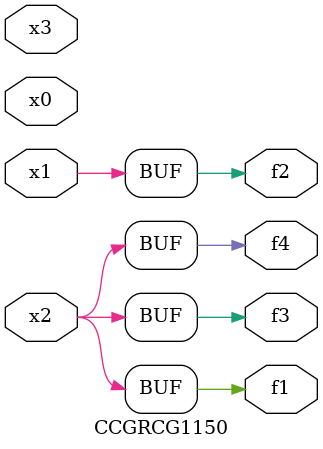
<source format=v>
module CCGRCG1150(
	input x0, x1, x2, x3,
	output f1, f2, f3, f4
);
	assign f1 = x2;
	assign f2 = x1;
	assign f3 = x2;
	assign f4 = x2;
endmodule

</source>
